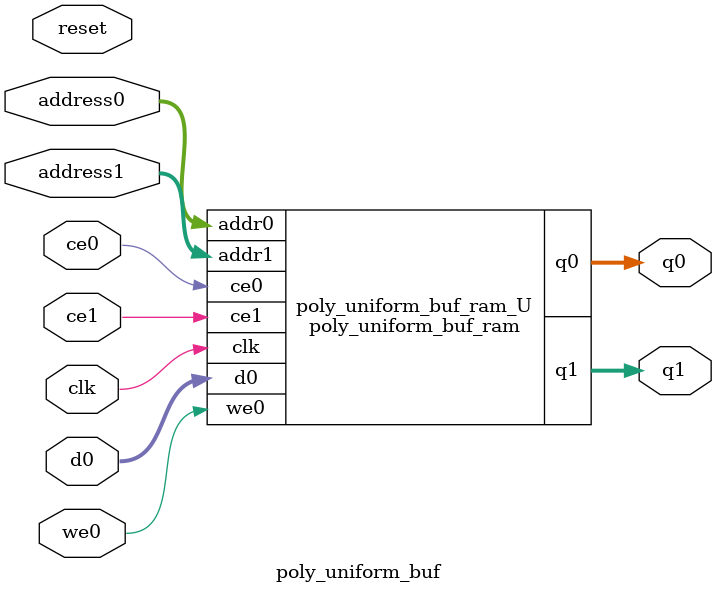
<source format=v>
`timescale 1 ns / 1 ps
module poly_uniform_buf_ram (addr0, ce0, d0, we0, q0, addr1, ce1, q1,  clk);

parameter DWIDTH = 8;
parameter AWIDTH = 10;
parameter MEM_SIZE = 842;

input[AWIDTH-1:0] addr0;
input ce0;
input[DWIDTH-1:0] d0;
input we0;
output reg[DWIDTH-1:0] q0;
input[AWIDTH-1:0] addr1;
input ce1;
output reg[DWIDTH-1:0] q1;
input clk;

(* ram_style = "block" *)reg [DWIDTH-1:0] ram[0:MEM_SIZE-1];




always @(posedge clk)  
begin 
    if (ce0) begin
        if (we0) 
            ram[addr0] <= d0; 
        q0 <= ram[addr0];
    end
end


always @(posedge clk)  
begin 
    if (ce1) begin
        q1 <= ram[addr1];
    end
end


endmodule

`timescale 1 ns / 1 ps
module poly_uniform_buf(
    reset,
    clk,
    address0,
    ce0,
    we0,
    d0,
    q0,
    address1,
    ce1,
    q1);

parameter DataWidth = 32'd8;
parameter AddressRange = 32'd842;
parameter AddressWidth = 32'd10;
input reset;
input clk;
input[AddressWidth - 1:0] address0;
input ce0;
input we0;
input[DataWidth - 1:0] d0;
output[DataWidth - 1:0] q0;
input[AddressWidth - 1:0] address1;
input ce1;
output[DataWidth - 1:0] q1;



poly_uniform_buf_ram poly_uniform_buf_ram_U(
    .clk( clk ),
    .addr0( address0 ),
    .ce0( ce0 ),
    .we0( we0 ),
    .d0( d0 ),
    .q0( q0 ),
    .addr1( address1 ),
    .ce1( ce1 ),
    .q1( q1 ));

endmodule


</source>
